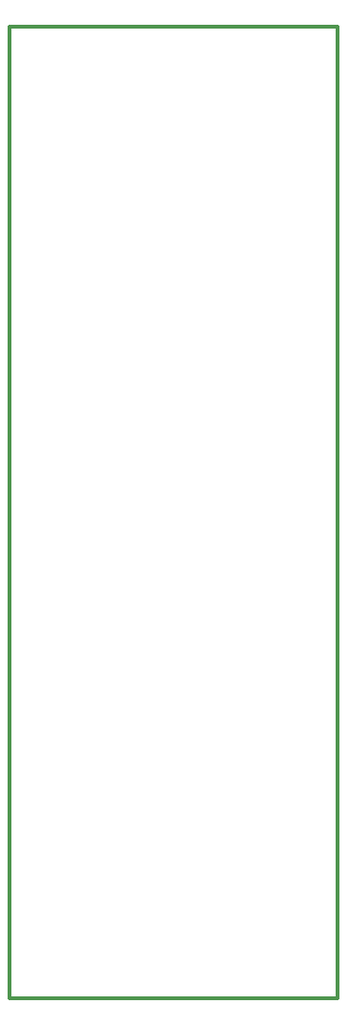
<source format=gbr>
G04 #@! TF.GenerationSoftware,KiCad,Pcbnew,(5.1.0)-1*
G04 #@! TF.CreationDate,2019-04-07T20:12:25-04:00*
G04 #@! TF.ProjectId,envelope,656e7665-6c6f-4706-952e-6b696361645f,rev?*
G04 #@! TF.SameCoordinates,Original*
G04 #@! TF.FileFunction,Profile,NP*
%FSLAX46Y46*%
G04 Gerber Fmt 4.6, Leading zero omitted, Abs format (unit mm)*
G04 Created by KiCad (PCBNEW (5.1.0)-1) date 2019-04-07 20:12:25*
%MOMM*%
%LPD*%
G04 APERTURE LIST*
%ADD10C,0.300000*%
G04 APERTURE END LIST*
D10*
X140970000Y-48260000D02*
X140970000Y-134620000D01*
X111760000Y-48260000D02*
X140970000Y-48260000D01*
X111760000Y-134620000D02*
X111760000Y-48260000D01*
X140970000Y-134620000D02*
X111760000Y-134620000D01*
M02*

</source>
